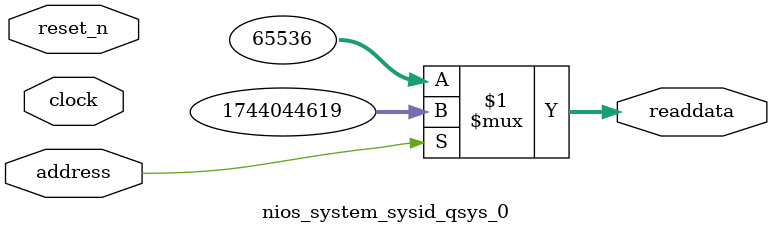
<source format=v>



// synthesis translate_off
`timescale 1ns / 1ps
// synthesis translate_on

// turn off superfluous verilog processor warnings 
// altera message_level Level1 
// altera message_off 10034 10035 10036 10037 10230 10240 10030 

module nios_system_sysid_qsys_0 (
               // inputs:
                address,
                clock,
                reset_n,

               // outputs:
                readdata
             )
;

  output  [ 31: 0] readdata;
  input            address;
  input            clock;
  input            reset_n;

  wire    [ 31: 0] readdata;
  //control_slave, which is an e_avalon_slave
  assign readdata = address ? 1744044619 : 65536;

endmodule



</source>
